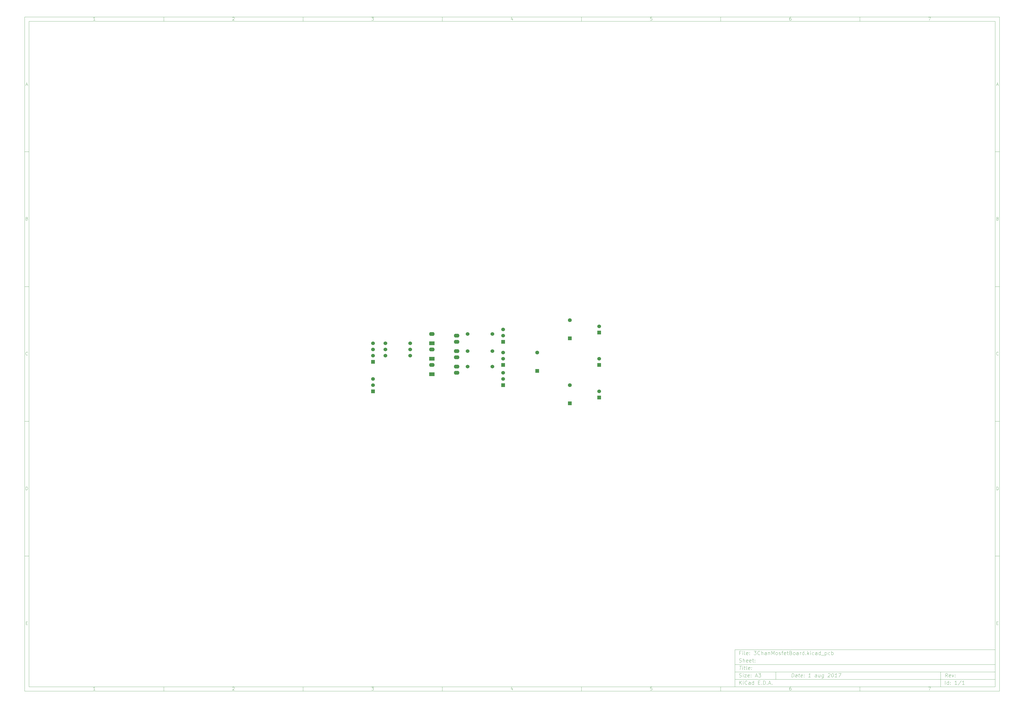
<source format=gts>
G04 (created by PCBNEW (2013-jul-07)-stable) date Tue 01 Aug 2017 10:55:53 AM PDT*
%MOIN*%
G04 Gerber Fmt 3.4, Leading zero omitted, Abs format*
%FSLAX34Y34*%
G01*
G70*
G90*
G04 APERTURE LIST*
%ADD10C,0.00393701*%
%ADD11C,0.06*%
%ADD12R,0.06X0.06*%
%ADD13R,0.09X0.062*%
%ADD14O,0.09X0.062*%
%ADD15R,0.0615X0.0615*%
%ADD16C,0.0615*%
G04 APERTURE END LIST*
G54D10*
X4000Y-4000D02*
X161350Y-4000D01*
X161350Y-112930D01*
X4000Y-112930D01*
X4000Y-4000D01*
X4700Y-4700D02*
X160650Y-4700D01*
X160650Y-112230D01*
X4700Y-112230D01*
X4700Y-4700D01*
X26470Y-4000D02*
X26470Y-4700D01*
X15382Y-4552D02*
X15097Y-4552D01*
X15240Y-4552D02*
X15240Y-4052D01*
X15192Y-4123D01*
X15144Y-4171D01*
X15097Y-4195D01*
X26470Y-112930D02*
X26470Y-112230D01*
X15382Y-112782D02*
X15097Y-112782D01*
X15240Y-112782D02*
X15240Y-112282D01*
X15192Y-112353D01*
X15144Y-112401D01*
X15097Y-112425D01*
X48940Y-4000D02*
X48940Y-4700D01*
X37567Y-4100D02*
X37590Y-4076D01*
X37638Y-4052D01*
X37757Y-4052D01*
X37805Y-4076D01*
X37829Y-4100D01*
X37852Y-4147D01*
X37852Y-4195D01*
X37829Y-4266D01*
X37543Y-4552D01*
X37852Y-4552D01*
X48940Y-112930D02*
X48940Y-112230D01*
X37567Y-112330D02*
X37590Y-112306D01*
X37638Y-112282D01*
X37757Y-112282D01*
X37805Y-112306D01*
X37829Y-112330D01*
X37852Y-112377D01*
X37852Y-112425D01*
X37829Y-112496D01*
X37543Y-112782D01*
X37852Y-112782D01*
X71410Y-4000D02*
X71410Y-4700D01*
X60013Y-4052D02*
X60322Y-4052D01*
X60156Y-4242D01*
X60227Y-4242D01*
X60275Y-4266D01*
X60299Y-4290D01*
X60322Y-4338D01*
X60322Y-4457D01*
X60299Y-4504D01*
X60275Y-4528D01*
X60227Y-4552D01*
X60084Y-4552D01*
X60037Y-4528D01*
X60013Y-4504D01*
X71410Y-112930D02*
X71410Y-112230D01*
X60013Y-112282D02*
X60322Y-112282D01*
X60156Y-112472D01*
X60227Y-112472D01*
X60275Y-112496D01*
X60299Y-112520D01*
X60322Y-112568D01*
X60322Y-112687D01*
X60299Y-112734D01*
X60275Y-112758D01*
X60227Y-112782D01*
X60084Y-112782D01*
X60037Y-112758D01*
X60013Y-112734D01*
X93880Y-4000D02*
X93880Y-4700D01*
X82745Y-4219D02*
X82745Y-4552D01*
X82626Y-4028D02*
X82507Y-4385D01*
X82816Y-4385D01*
X93880Y-112930D02*
X93880Y-112230D01*
X82745Y-112449D02*
X82745Y-112782D01*
X82626Y-112258D02*
X82507Y-112615D01*
X82816Y-112615D01*
X116350Y-4000D02*
X116350Y-4700D01*
X105239Y-4052D02*
X105000Y-4052D01*
X104977Y-4290D01*
X105000Y-4266D01*
X105048Y-4242D01*
X105167Y-4242D01*
X105215Y-4266D01*
X105239Y-4290D01*
X105262Y-4338D01*
X105262Y-4457D01*
X105239Y-4504D01*
X105215Y-4528D01*
X105167Y-4552D01*
X105048Y-4552D01*
X105000Y-4528D01*
X104977Y-4504D01*
X116350Y-112930D02*
X116350Y-112230D01*
X105239Y-112282D02*
X105000Y-112282D01*
X104977Y-112520D01*
X105000Y-112496D01*
X105048Y-112472D01*
X105167Y-112472D01*
X105215Y-112496D01*
X105239Y-112520D01*
X105262Y-112568D01*
X105262Y-112687D01*
X105239Y-112734D01*
X105215Y-112758D01*
X105167Y-112782D01*
X105048Y-112782D01*
X105000Y-112758D01*
X104977Y-112734D01*
X138820Y-4000D02*
X138820Y-4700D01*
X127685Y-4052D02*
X127590Y-4052D01*
X127542Y-4076D01*
X127518Y-4100D01*
X127470Y-4171D01*
X127447Y-4266D01*
X127447Y-4457D01*
X127470Y-4504D01*
X127494Y-4528D01*
X127542Y-4552D01*
X127637Y-4552D01*
X127685Y-4528D01*
X127709Y-4504D01*
X127732Y-4457D01*
X127732Y-4338D01*
X127709Y-4290D01*
X127685Y-4266D01*
X127637Y-4242D01*
X127542Y-4242D01*
X127494Y-4266D01*
X127470Y-4290D01*
X127447Y-4338D01*
X138820Y-112930D02*
X138820Y-112230D01*
X127685Y-112282D02*
X127590Y-112282D01*
X127542Y-112306D01*
X127518Y-112330D01*
X127470Y-112401D01*
X127447Y-112496D01*
X127447Y-112687D01*
X127470Y-112734D01*
X127494Y-112758D01*
X127542Y-112782D01*
X127637Y-112782D01*
X127685Y-112758D01*
X127709Y-112734D01*
X127732Y-112687D01*
X127732Y-112568D01*
X127709Y-112520D01*
X127685Y-112496D01*
X127637Y-112472D01*
X127542Y-112472D01*
X127494Y-112496D01*
X127470Y-112520D01*
X127447Y-112568D01*
X149893Y-4052D02*
X150226Y-4052D01*
X150012Y-4552D01*
X149893Y-112282D02*
X150226Y-112282D01*
X150012Y-112782D01*
X4000Y-25780D02*
X4700Y-25780D01*
X4230Y-14949D02*
X4469Y-14949D01*
X4183Y-15092D02*
X4350Y-14592D01*
X4516Y-15092D01*
X161350Y-25780D02*
X160650Y-25780D01*
X160880Y-14949D02*
X161119Y-14949D01*
X160833Y-15092D02*
X161000Y-14592D01*
X161166Y-15092D01*
X4000Y-47560D02*
X4700Y-47560D01*
X4385Y-36610D02*
X4457Y-36634D01*
X4480Y-36658D01*
X4504Y-36705D01*
X4504Y-36777D01*
X4480Y-36824D01*
X4457Y-36848D01*
X4409Y-36872D01*
X4219Y-36872D01*
X4219Y-36372D01*
X4385Y-36372D01*
X4433Y-36396D01*
X4457Y-36420D01*
X4480Y-36467D01*
X4480Y-36515D01*
X4457Y-36562D01*
X4433Y-36586D01*
X4385Y-36610D01*
X4219Y-36610D01*
X161350Y-47560D02*
X160650Y-47560D01*
X161035Y-36610D02*
X161107Y-36634D01*
X161130Y-36658D01*
X161154Y-36705D01*
X161154Y-36777D01*
X161130Y-36824D01*
X161107Y-36848D01*
X161059Y-36872D01*
X160869Y-36872D01*
X160869Y-36372D01*
X161035Y-36372D01*
X161083Y-36396D01*
X161107Y-36420D01*
X161130Y-36467D01*
X161130Y-36515D01*
X161107Y-36562D01*
X161083Y-36586D01*
X161035Y-36610D01*
X160869Y-36610D01*
X4000Y-69340D02*
X4700Y-69340D01*
X4504Y-58604D02*
X4480Y-58628D01*
X4409Y-58652D01*
X4361Y-58652D01*
X4290Y-58628D01*
X4242Y-58580D01*
X4219Y-58533D01*
X4195Y-58438D01*
X4195Y-58366D01*
X4219Y-58271D01*
X4242Y-58223D01*
X4290Y-58176D01*
X4361Y-58152D01*
X4409Y-58152D01*
X4480Y-58176D01*
X4504Y-58200D01*
X161350Y-69340D02*
X160650Y-69340D01*
X161154Y-58604D02*
X161130Y-58628D01*
X161059Y-58652D01*
X161011Y-58652D01*
X160940Y-58628D01*
X160892Y-58580D01*
X160869Y-58533D01*
X160845Y-58438D01*
X160845Y-58366D01*
X160869Y-58271D01*
X160892Y-58223D01*
X160940Y-58176D01*
X161011Y-58152D01*
X161059Y-58152D01*
X161130Y-58176D01*
X161154Y-58200D01*
X4000Y-91120D02*
X4700Y-91120D01*
X4219Y-80432D02*
X4219Y-79932D01*
X4338Y-79932D01*
X4409Y-79956D01*
X4457Y-80003D01*
X4480Y-80051D01*
X4504Y-80146D01*
X4504Y-80218D01*
X4480Y-80313D01*
X4457Y-80360D01*
X4409Y-80408D01*
X4338Y-80432D01*
X4219Y-80432D01*
X161350Y-91120D02*
X160650Y-91120D01*
X160869Y-80432D02*
X160869Y-79932D01*
X160988Y-79932D01*
X161059Y-79956D01*
X161107Y-80003D01*
X161130Y-80051D01*
X161154Y-80146D01*
X161154Y-80218D01*
X161130Y-80313D01*
X161107Y-80360D01*
X161059Y-80408D01*
X160988Y-80432D01*
X160869Y-80432D01*
X4242Y-101950D02*
X4409Y-101950D01*
X4480Y-102212D02*
X4242Y-102212D01*
X4242Y-101712D01*
X4480Y-101712D01*
X160892Y-101950D02*
X161059Y-101950D01*
X161130Y-102212D02*
X160892Y-102212D01*
X160892Y-101712D01*
X161130Y-101712D01*
X127800Y-110672D02*
X127875Y-110072D01*
X128017Y-110072D01*
X128100Y-110101D01*
X128150Y-110158D01*
X128171Y-110215D01*
X128185Y-110330D01*
X128175Y-110415D01*
X128132Y-110530D01*
X128096Y-110587D01*
X128032Y-110644D01*
X127942Y-110672D01*
X127800Y-110672D01*
X128657Y-110672D02*
X128696Y-110358D01*
X128675Y-110301D01*
X128621Y-110272D01*
X128507Y-110272D01*
X128446Y-110301D01*
X128660Y-110644D02*
X128600Y-110672D01*
X128457Y-110672D01*
X128403Y-110644D01*
X128382Y-110587D01*
X128389Y-110530D01*
X128425Y-110472D01*
X128485Y-110444D01*
X128628Y-110444D01*
X128689Y-110415D01*
X128907Y-110272D02*
X129135Y-110272D01*
X129017Y-110072D02*
X128953Y-110587D01*
X128975Y-110644D01*
X129028Y-110672D01*
X129085Y-110672D01*
X129517Y-110644D02*
X129457Y-110672D01*
X129342Y-110672D01*
X129289Y-110644D01*
X129267Y-110587D01*
X129296Y-110358D01*
X129332Y-110301D01*
X129392Y-110272D01*
X129507Y-110272D01*
X129560Y-110301D01*
X129582Y-110358D01*
X129575Y-110415D01*
X129282Y-110472D01*
X129807Y-110615D02*
X129832Y-110644D01*
X129800Y-110672D01*
X129775Y-110644D01*
X129807Y-110615D01*
X129800Y-110672D01*
X129846Y-110301D02*
X129871Y-110330D01*
X129839Y-110358D01*
X129814Y-110330D01*
X129846Y-110301D01*
X129839Y-110358D01*
X130857Y-110672D02*
X130514Y-110672D01*
X130685Y-110672D02*
X130760Y-110072D01*
X130692Y-110158D01*
X130628Y-110215D01*
X130567Y-110244D01*
X131828Y-110672D02*
X131867Y-110358D01*
X131846Y-110301D01*
X131792Y-110272D01*
X131678Y-110272D01*
X131617Y-110301D01*
X131832Y-110644D02*
X131771Y-110672D01*
X131628Y-110672D01*
X131575Y-110644D01*
X131553Y-110587D01*
X131560Y-110530D01*
X131596Y-110472D01*
X131657Y-110444D01*
X131800Y-110444D01*
X131860Y-110415D01*
X132421Y-110272D02*
X132371Y-110672D01*
X132164Y-110272D02*
X132125Y-110587D01*
X132146Y-110644D01*
X132200Y-110672D01*
X132285Y-110672D01*
X132346Y-110644D01*
X132378Y-110615D01*
X132964Y-110272D02*
X132903Y-110758D01*
X132867Y-110815D01*
X132835Y-110844D01*
X132775Y-110872D01*
X132689Y-110872D01*
X132635Y-110844D01*
X132917Y-110644D02*
X132857Y-110672D01*
X132742Y-110672D01*
X132689Y-110644D01*
X132664Y-110615D01*
X132642Y-110558D01*
X132664Y-110387D01*
X132700Y-110330D01*
X132732Y-110301D01*
X132792Y-110272D01*
X132907Y-110272D01*
X132960Y-110301D01*
X133696Y-110130D02*
X133728Y-110101D01*
X133789Y-110072D01*
X133932Y-110072D01*
X133985Y-110101D01*
X134010Y-110130D01*
X134032Y-110187D01*
X134025Y-110244D01*
X133985Y-110330D01*
X133600Y-110672D01*
X133971Y-110672D01*
X134417Y-110072D02*
X134475Y-110072D01*
X134528Y-110101D01*
X134553Y-110130D01*
X134575Y-110187D01*
X134589Y-110301D01*
X134571Y-110444D01*
X134528Y-110558D01*
X134492Y-110615D01*
X134460Y-110644D01*
X134400Y-110672D01*
X134342Y-110672D01*
X134289Y-110644D01*
X134264Y-110615D01*
X134242Y-110558D01*
X134228Y-110444D01*
X134246Y-110301D01*
X134289Y-110187D01*
X134325Y-110130D01*
X134357Y-110101D01*
X134417Y-110072D01*
X135114Y-110672D02*
X134771Y-110672D01*
X134942Y-110672D02*
X135017Y-110072D01*
X134950Y-110158D01*
X134885Y-110215D01*
X134825Y-110244D01*
X135389Y-110072D02*
X135789Y-110072D01*
X135457Y-110672D01*
X119392Y-111872D02*
X119392Y-111272D01*
X119735Y-111872D02*
X119478Y-111530D01*
X119735Y-111272D02*
X119392Y-111615D01*
X119992Y-111872D02*
X119992Y-111472D01*
X119992Y-111272D02*
X119964Y-111301D01*
X119992Y-111330D01*
X120021Y-111301D01*
X119992Y-111272D01*
X119992Y-111330D01*
X120621Y-111815D02*
X120592Y-111844D01*
X120507Y-111872D01*
X120450Y-111872D01*
X120364Y-111844D01*
X120307Y-111787D01*
X120278Y-111730D01*
X120250Y-111615D01*
X120250Y-111530D01*
X120278Y-111415D01*
X120307Y-111358D01*
X120364Y-111301D01*
X120450Y-111272D01*
X120507Y-111272D01*
X120592Y-111301D01*
X120621Y-111330D01*
X121135Y-111872D02*
X121135Y-111558D01*
X121107Y-111501D01*
X121050Y-111472D01*
X120935Y-111472D01*
X120878Y-111501D01*
X121135Y-111844D02*
X121078Y-111872D01*
X120935Y-111872D01*
X120878Y-111844D01*
X120850Y-111787D01*
X120850Y-111730D01*
X120878Y-111672D01*
X120935Y-111644D01*
X121078Y-111644D01*
X121135Y-111615D01*
X121678Y-111872D02*
X121678Y-111272D01*
X121678Y-111844D02*
X121621Y-111872D01*
X121507Y-111872D01*
X121450Y-111844D01*
X121421Y-111815D01*
X121392Y-111758D01*
X121392Y-111587D01*
X121421Y-111530D01*
X121450Y-111501D01*
X121507Y-111472D01*
X121621Y-111472D01*
X121678Y-111501D01*
X122421Y-111558D02*
X122621Y-111558D01*
X122707Y-111872D02*
X122421Y-111872D01*
X122421Y-111272D01*
X122707Y-111272D01*
X122964Y-111815D02*
X122992Y-111844D01*
X122964Y-111872D01*
X122935Y-111844D01*
X122964Y-111815D01*
X122964Y-111872D01*
X123249Y-111872D02*
X123249Y-111272D01*
X123392Y-111272D01*
X123478Y-111301D01*
X123535Y-111358D01*
X123564Y-111415D01*
X123592Y-111530D01*
X123592Y-111615D01*
X123564Y-111730D01*
X123535Y-111787D01*
X123478Y-111844D01*
X123392Y-111872D01*
X123249Y-111872D01*
X123849Y-111815D02*
X123878Y-111844D01*
X123849Y-111872D01*
X123821Y-111844D01*
X123849Y-111815D01*
X123849Y-111872D01*
X124107Y-111701D02*
X124392Y-111701D01*
X124049Y-111872D02*
X124249Y-111272D01*
X124449Y-111872D01*
X124649Y-111815D02*
X124678Y-111844D01*
X124649Y-111872D01*
X124621Y-111844D01*
X124649Y-111815D01*
X124649Y-111872D01*
X152942Y-110672D02*
X152778Y-110387D01*
X152600Y-110672D02*
X152675Y-110072D01*
X152903Y-110072D01*
X152957Y-110101D01*
X152982Y-110130D01*
X153003Y-110187D01*
X152992Y-110272D01*
X152957Y-110330D01*
X152925Y-110358D01*
X152864Y-110387D01*
X152635Y-110387D01*
X153432Y-110644D02*
X153371Y-110672D01*
X153257Y-110672D01*
X153203Y-110644D01*
X153182Y-110587D01*
X153210Y-110358D01*
X153246Y-110301D01*
X153307Y-110272D01*
X153421Y-110272D01*
X153475Y-110301D01*
X153496Y-110358D01*
X153489Y-110415D01*
X153196Y-110472D01*
X153707Y-110272D02*
X153800Y-110672D01*
X153992Y-110272D01*
X154178Y-110615D02*
X154203Y-110644D01*
X154171Y-110672D01*
X154146Y-110644D01*
X154178Y-110615D01*
X154171Y-110672D01*
X154217Y-110301D02*
X154242Y-110330D01*
X154210Y-110358D01*
X154185Y-110330D01*
X154217Y-110301D01*
X154210Y-110358D01*
X119364Y-110644D02*
X119450Y-110672D01*
X119592Y-110672D01*
X119650Y-110644D01*
X119678Y-110615D01*
X119707Y-110558D01*
X119707Y-110501D01*
X119678Y-110444D01*
X119650Y-110415D01*
X119592Y-110387D01*
X119478Y-110358D01*
X119421Y-110330D01*
X119392Y-110301D01*
X119364Y-110244D01*
X119364Y-110187D01*
X119392Y-110130D01*
X119421Y-110101D01*
X119478Y-110072D01*
X119621Y-110072D01*
X119707Y-110101D01*
X119964Y-110672D02*
X119964Y-110272D01*
X119964Y-110072D02*
X119935Y-110101D01*
X119964Y-110130D01*
X119992Y-110101D01*
X119964Y-110072D01*
X119964Y-110130D01*
X120192Y-110272D02*
X120507Y-110272D01*
X120192Y-110672D01*
X120507Y-110672D01*
X120964Y-110644D02*
X120907Y-110672D01*
X120792Y-110672D01*
X120735Y-110644D01*
X120707Y-110587D01*
X120707Y-110358D01*
X120735Y-110301D01*
X120792Y-110272D01*
X120907Y-110272D01*
X120964Y-110301D01*
X120992Y-110358D01*
X120992Y-110415D01*
X120707Y-110472D01*
X121250Y-110615D02*
X121278Y-110644D01*
X121250Y-110672D01*
X121221Y-110644D01*
X121250Y-110615D01*
X121250Y-110672D01*
X121250Y-110301D02*
X121278Y-110330D01*
X121250Y-110358D01*
X121221Y-110330D01*
X121250Y-110301D01*
X121250Y-110358D01*
X121964Y-110501D02*
X122250Y-110501D01*
X121907Y-110672D02*
X122107Y-110072D01*
X122307Y-110672D01*
X122450Y-110072D02*
X122821Y-110072D01*
X122621Y-110301D01*
X122707Y-110301D01*
X122764Y-110330D01*
X122792Y-110358D01*
X122821Y-110415D01*
X122821Y-110558D01*
X122792Y-110615D01*
X122764Y-110644D01*
X122707Y-110672D01*
X122535Y-110672D01*
X122478Y-110644D01*
X122450Y-110615D01*
X152592Y-111872D02*
X152592Y-111272D01*
X153135Y-111872D02*
X153135Y-111272D01*
X153135Y-111844D02*
X153078Y-111872D01*
X152964Y-111872D01*
X152907Y-111844D01*
X152878Y-111815D01*
X152850Y-111758D01*
X152850Y-111587D01*
X152878Y-111530D01*
X152907Y-111501D01*
X152964Y-111472D01*
X153078Y-111472D01*
X153135Y-111501D01*
X153421Y-111815D02*
X153450Y-111844D01*
X153421Y-111872D01*
X153392Y-111844D01*
X153421Y-111815D01*
X153421Y-111872D01*
X153421Y-111501D02*
X153450Y-111530D01*
X153421Y-111558D01*
X153392Y-111530D01*
X153421Y-111501D01*
X153421Y-111558D01*
X154478Y-111872D02*
X154135Y-111872D01*
X154307Y-111872D02*
X154307Y-111272D01*
X154249Y-111358D01*
X154192Y-111415D01*
X154135Y-111444D01*
X155164Y-111244D02*
X154650Y-112015D01*
X155678Y-111872D02*
X155335Y-111872D01*
X155507Y-111872D02*
X155507Y-111272D01*
X155449Y-111358D01*
X155392Y-111415D01*
X155335Y-111444D01*
X119389Y-108872D02*
X119732Y-108872D01*
X119485Y-109472D02*
X119560Y-108872D01*
X119857Y-109472D02*
X119907Y-109072D01*
X119932Y-108872D02*
X119900Y-108901D01*
X119925Y-108930D01*
X119957Y-108901D01*
X119932Y-108872D01*
X119925Y-108930D01*
X120107Y-109072D02*
X120335Y-109072D01*
X120217Y-108872D02*
X120153Y-109387D01*
X120175Y-109444D01*
X120228Y-109472D01*
X120285Y-109472D01*
X120571Y-109472D02*
X120517Y-109444D01*
X120496Y-109387D01*
X120560Y-108872D01*
X121032Y-109444D02*
X120971Y-109472D01*
X120857Y-109472D01*
X120803Y-109444D01*
X120782Y-109387D01*
X120810Y-109158D01*
X120846Y-109101D01*
X120907Y-109072D01*
X121021Y-109072D01*
X121075Y-109101D01*
X121096Y-109158D01*
X121089Y-109215D01*
X120796Y-109272D01*
X121321Y-109415D02*
X121346Y-109444D01*
X121314Y-109472D01*
X121289Y-109444D01*
X121321Y-109415D01*
X121314Y-109472D01*
X121360Y-109101D02*
X121385Y-109130D01*
X121353Y-109158D01*
X121328Y-109130D01*
X121360Y-109101D01*
X121353Y-109158D01*
X119592Y-106758D02*
X119392Y-106758D01*
X119392Y-107072D02*
X119392Y-106472D01*
X119678Y-106472D01*
X119907Y-107072D02*
X119907Y-106672D01*
X119907Y-106472D02*
X119878Y-106501D01*
X119907Y-106530D01*
X119935Y-106501D01*
X119907Y-106472D01*
X119907Y-106530D01*
X120278Y-107072D02*
X120221Y-107044D01*
X120192Y-106987D01*
X120192Y-106472D01*
X120735Y-107044D02*
X120678Y-107072D01*
X120564Y-107072D01*
X120507Y-107044D01*
X120478Y-106987D01*
X120478Y-106758D01*
X120507Y-106701D01*
X120564Y-106672D01*
X120678Y-106672D01*
X120735Y-106701D01*
X120764Y-106758D01*
X120764Y-106815D01*
X120478Y-106872D01*
X121021Y-107015D02*
X121050Y-107044D01*
X121021Y-107072D01*
X120992Y-107044D01*
X121021Y-107015D01*
X121021Y-107072D01*
X121021Y-106701D02*
X121050Y-106730D01*
X121021Y-106758D01*
X120992Y-106730D01*
X121021Y-106701D01*
X121021Y-106758D01*
X121707Y-106472D02*
X122078Y-106472D01*
X121878Y-106701D01*
X121964Y-106701D01*
X122021Y-106730D01*
X122050Y-106758D01*
X122078Y-106815D01*
X122078Y-106958D01*
X122050Y-107015D01*
X122021Y-107044D01*
X121964Y-107072D01*
X121792Y-107072D01*
X121735Y-107044D01*
X121707Y-107015D01*
X122678Y-107015D02*
X122650Y-107044D01*
X122564Y-107072D01*
X122507Y-107072D01*
X122421Y-107044D01*
X122364Y-106987D01*
X122335Y-106930D01*
X122307Y-106815D01*
X122307Y-106730D01*
X122335Y-106615D01*
X122364Y-106558D01*
X122421Y-106501D01*
X122507Y-106472D01*
X122564Y-106472D01*
X122650Y-106501D01*
X122678Y-106530D01*
X122935Y-107072D02*
X122935Y-106472D01*
X123192Y-107072D02*
X123192Y-106758D01*
X123164Y-106701D01*
X123107Y-106672D01*
X123021Y-106672D01*
X122964Y-106701D01*
X122935Y-106730D01*
X123735Y-107072D02*
X123735Y-106758D01*
X123707Y-106701D01*
X123650Y-106672D01*
X123535Y-106672D01*
X123478Y-106701D01*
X123735Y-107044D02*
X123678Y-107072D01*
X123535Y-107072D01*
X123478Y-107044D01*
X123450Y-106987D01*
X123450Y-106930D01*
X123478Y-106872D01*
X123535Y-106844D01*
X123678Y-106844D01*
X123735Y-106815D01*
X124021Y-106672D02*
X124021Y-107072D01*
X124021Y-106730D02*
X124050Y-106701D01*
X124107Y-106672D01*
X124192Y-106672D01*
X124250Y-106701D01*
X124278Y-106758D01*
X124278Y-107072D01*
X124564Y-107072D02*
X124564Y-106472D01*
X124764Y-106901D01*
X124964Y-106472D01*
X124964Y-107072D01*
X125335Y-107072D02*
X125278Y-107044D01*
X125250Y-107015D01*
X125221Y-106958D01*
X125221Y-106787D01*
X125250Y-106730D01*
X125278Y-106701D01*
X125335Y-106672D01*
X125421Y-106672D01*
X125478Y-106701D01*
X125507Y-106730D01*
X125535Y-106787D01*
X125535Y-106958D01*
X125507Y-107015D01*
X125478Y-107044D01*
X125421Y-107072D01*
X125335Y-107072D01*
X125764Y-107044D02*
X125821Y-107072D01*
X125935Y-107072D01*
X125992Y-107044D01*
X126021Y-106987D01*
X126021Y-106958D01*
X125992Y-106901D01*
X125935Y-106872D01*
X125850Y-106872D01*
X125792Y-106844D01*
X125764Y-106787D01*
X125764Y-106758D01*
X125792Y-106701D01*
X125850Y-106672D01*
X125935Y-106672D01*
X125992Y-106701D01*
X126192Y-106672D02*
X126421Y-106672D01*
X126278Y-107072D02*
X126278Y-106558D01*
X126307Y-106501D01*
X126364Y-106472D01*
X126421Y-106472D01*
X126850Y-107044D02*
X126792Y-107072D01*
X126678Y-107072D01*
X126621Y-107044D01*
X126592Y-106987D01*
X126592Y-106758D01*
X126621Y-106701D01*
X126678Y-106672D01*
X126792Y-106672D01*
X126850Y-106701D01*
X126878Y-106758D01*
X126878Y-106815D01*
X126592Y-106872D01*
X127050Y-106672D02*
X127278Y-106672D01*
X127135Y-106472D02*
X127135Y-106987D01*
X127164Y-107044D01*
X127221Y-107072D01*
X127278Y-107072D01*
X127678Y-106758D02*
X127764Y-106787D01*
X127792Y-106815D01*
X127821Y-106872D01*
X127821Y-106958D01*
X127792Y-107015D01*
X127764Y-107044D01*
X127707Y-107072D01*
X127478Y-107072D01*
X127478Y-106472D01*
X127678Y-106472D01*
X127735Y-106501D01*
X127764Y-106530D01*
X127792Y-106587D01*
X127792Y-106644D01*
X127764Y-106701D01*
X127735Y-106730D01*
X127678Y-106758D01*
X127478Y-106758D01*
X128164Y-107072D02*
X128107Y-107044D01*
X128078Y-107015D01*
X128050Y-106958D01*
X128050Y-106787D01*
X128078Y-106730D01*
X128107Y-106701D01*
X128164Y-106672D01*
X128250Y-106672D01*
X128307Y-106701D01*
X128335Y-106730D01*
X128364Y-106787D01*
X128364Y-106958D01*
X128335Y-107015D01*
X128307Y-107044D01*
X128250Y-107072D01*
X128164Y-107072D01*
X128878Y-107072D02*
X128878Y-106758D01*
X128850Y-106701D01*
X128792Y-106672D01*
X128678Y-106672D01*
X128621Y-106701D01*
X128878Y-107044D02*
X128821Y-107072D01*
X128678Y-107072D01*
X128621Y-107044D01*
X128592Y-106987D01*
X128592Y-106930D01*
X128621Y-106872D01*
X128678Y-106844D01*
X128821Y-106844D01*
X128878Y-106815D01*
X129164Y-107072D02*
X129164Y-106672D01*
X129164Y-106787D02*
X129192Y-106730D01*
X129221Y-106701D01*
X129278Y-106672D01*
X129335Y-106672D01*
X129792Y-107072D02*
X129792Y-106472D01*
X129792Y-107044D02*
X129735Y-107072D01*
X129621Y-107072D01*
X129564Y-107044D01*
X129535Y-107015D01*
X129507Y-106958D01*
X129507Y-106787D01*
X129535Y-106730D01*
X129564Y-106701D01*
X129621Y-106672D01*
X129735Y-106672D01*
X129792Y-106701D01*
X130078Y-107015D02*
X130107Y-107044D01*
X130078Y-107072D01*
X130050Y-107044D01*
X130078Y-107015D01*
X130078Y-107072D01*
X130364Y-107072D02*
X130364Y-106472D01*
X130421Y-106844D02*
X130592Y-107072D01*
X130592Y-106672D02*
X130364Y-106901D01*
X130849Y-107072D02*
X130849Y-106672D01*
X130849Y-106472D02*
X130821Y-106501D01*
X130849Y-106530D01*
X130878Y-106501D01*
X130849Y-106472D01*
X130849Y-106530D01*
X131392Y-107044D02*
X131335Y-107072D01*
X131221Y-107072D01*
X131164Y-107044D01*
X131135Y-107015D01*
X131107Y-106958D01*
X131107Y-106787D01*
X131135Y-106730D01*
X131164Y-106701D01*
X131221Y-106672D01*
X131335Y-106672D01*
X131392Y-106701D01*
X131907Y-107072D02*
X131907Y-106758D01*
X131878Y-106701D01*
X131821Y-106672D01*
X131707Y-106672D01*
X131649Y-106701D01*
X131907Y-107044D02*
X131849Y-107072D01*
X131707Y-107072D01*
X131649Y-107044D01*
X131621Y-106987D01*
X131621Y-106930D01*
X131649Y-106872D01*
X131707Y-106844D01*
X131849Y-106844D01*
X131907Y-106815D01*
X132449Y-107072D02*
X132449Y-106472D01*
X132449Y-107044D02*
X132392Y-107072D01*
X132278Y-107072D01*
X132221Y-107044D01*
X132192Y-107015D01*
X132164Y-106958D01*
X132164Y-106787D01*
X132192Y-106730D01*
X132221Y-106701D01*
X132278Y-106672D01*
X132392Y-106672D01*
X132449Y-106701D01*
X132592Y-107130D02*
X133049Y-107130D01*
X133192Y-106672D02*
X133192Y-107272D01*
X133192Y-106701D02*
X133249Y-106672D01*
X133364Y-106672D01*
X133421Y-106701D01*
X133449Y-106730D01*
X133478Y-106787D01*
X133478Y-106958D01*
X133449Y-107015D01*
X133421Y-107044D01*
X133364Y-107072D01*
X133249Y-107072D01*
X133192Y-107044D01*
X133992Y-107044D02*
X133935Y-107072D01*
X133821Y-107072D01*
X133764Y-107044D01*
X133735Y-107015D01*
X133707Y-106958D01*
X133707Y-106787D01*
X133735Y-106730D01*
X133764Y-106701D01*
X133821Y-106672D01*
X133935Y-106672D01*
X133992Y-106701D01*
X134249Y-107072D02*
X134249Y-106472D01*
X134249Y-106701D02*
X134307Y-106672D01*
X134421Y-106672D01*
X134478Y-106701D01*
X134507Y-106730D01*
X134535Y-106787D01*
X134535Y-106958D01*
X134507Y-107015D01*
X134478Y-107044D01*
X134421Y-107072D01*
X134307Y-107072D01*
X134249Y-107044D01*
X119364Y-108244D02*
X119450Y-108272D01*
X119592Y-108272D01*
X119650Y-108244D01*
X119678Y-108215D01*
X119707Y-108158D01*
X119707Y-108101D01*
X119678Y-108044D01*
X119650Y-108015D01*
X119592Y-107987D01*
X119478Y-107958D01*
X119421Y-107930D01*
X119392Y-107901D01*
X119364Y-107844D01*
X119364Y-107787D01*
X119392Y-107730D01*
X119421Y-107701D01*
X119478Y-107672D01*
X119621Y-107672D01*
X119707Y-107701D01*
X119964Y-108272D02*
X119964Y-107672D01*
X120221Y-108272D02*
X120221Y-107958D01*
X120192Y-107901D01*
X120135Y-107872D01*
X120050Y-107872D01*
X119992Y-107901D01*
X119964Y-107930D01*
X120735Y-108244D02*
X120678Y-108272D01*
X120564Y-108272D01*
X120507Y-108244D01*
X120478Y-108187D01*
X120478Y-107958D01*
X120507Y-107901D01*
X120564Y-107872D01*
X120678Y-107872D01*
X120735Y-107901D01*
X120764Y-107958D01*
X120764Y-108015D01*
X120478Y-108072D01*
X121250Y-108244D02*
X121192Y-108272D01*
X121078Y-108272D01*
X121021Y-108244D01*
X120992Y-108187D01*
X120992Y-107958D01*
X121021Y-107901D01*
X121078Y-107872D01*
X121192Y-107872D01*
X121250Y-107901D01*
X121278Y-107958D01*
X121278Y-108015D01*
X120992Y-108072D01*
X121450Y-107872D02*
X121678Y-107872D01*
X121535Y-107672D02*
X121535Y-108187D01*
X121564Y-108244D01*
X121621Y-108272D01*
X121678Y-108272D01*
X121878Y-108215D02*
X121907Y-108244D01*
X121878Y-108272D01*
X121850Y-108244D01*
X121878Y-108215D01*
X121878Y-108272D01*
X121878Y-107901D02*
X121907Y-107930D01*
X121878Y-107958D01*
X121850Y-107930D01*
X121878Y-107901D01*
X121878Y-107958D01*
X118650Y-106230D02*
X118650Y-112230D01*
X118650Y-106230D02*
X160650Y-106230D01*
X118650Y-106230D02*
X160650Y-106230D01*
X118650Y-108630D02*
X160650Y-108630D01*
X151850Y-109830D02*
X151850Y-112230D01*
X118650Y-111030D02*
X160650Y-111030D01*
X118650Y-109830D02*
X160650Y-109830D01*
X125250Y-109830D02*
X125250Y-111030D01*
G54D11*
X62250Y-56750D03*
X66250Y-56750D03*
X62250Y-57750D03*
X66250Y-57750D03*
X62250Y-58750D03*
X66250Y-58750D03*
X75500Y-55250D03*
X79500Y-55250D03*
X75500Y-58000D03*
X79500Y-58000D03*
X75500Y-60500D03*
X79500Y-60500D03*
G54D12*
X60250Y-59750D03*
G54D11*
X60250Y-58750D03*
X60250Y-57750D03*
X60250Y-56750D03*
G54D13*
X69750Y-59250D03*
G54D14*
X69750Y-57750D03*
X73750Y-58000D03*
X73750Y-59000D03*
G54D13*
X69750Y-61750D03*
G54D14*
X69750Y-60250D03*
X73750Y-60500D03*
X73750Y-61500D03*
G54D13*
X69750Y-56750D03*
G54D14*
X69750Y-55250D03*
X73750Y-55500D03*
X73750Y-56500D03*
G54D12*
X96750Y-55000D03*
G54D11*
X96750Y-54000D03*
G54D12*
X96750Y-60250D03*
G54D11*
X96750Y-59250D03*
G54D12*
X96750Y-65500D03*
G54D11*
X96750Y-64500D03*
G54D12*
X60250Y-64500D03*
G54D11*
X60250Y-63500D03*
X60250Y-62500D03*
G54D15*
X92000Y-55950D03*
G54D16*
X92000Y-53000D03*
G54D15*
X86750Y-61200D03*
G54D16*
X86750Y-58250D03*
G54D15*
X92000Y-66450D03*
G54D16*
X92000Y-63500D03*
G54D12*
X81250Y-56500D03*
G54D11*
X81250Y-55500D03*
X81250Y-54500D03*
G54D12*
X81250Y-60250D03*
G54D11*
X81250Y-59250D03*
X81250Y-58250D03*
G54D12*
X81250Y-63500D03*
G54D11*
X81250Y-62500D03*
X81250Y-61500D03*
M02*

</source>
